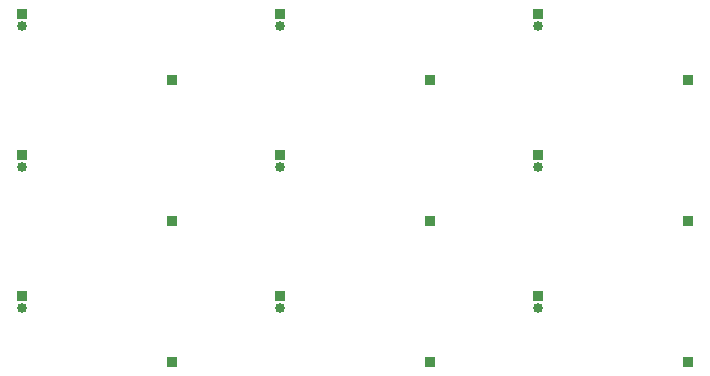
<source format=gbr>
G04 #@! TF.FileFunction,Copper,L2,Bot,Signal*
%FSLAX46Y46*%
G04 Gerber Fmt 4.6, Leading zero omitted, Abs format (unit mm)*
G04 Created by KiCad (PCBNEW 4.0.7) date 09/28/17 16:14:06*
%MOMM*%
%LPD*%
G01*
G04 APERTURE LIST*
%ADD10C,0.100000*%
%ADD11R,0.850000X0.850000*%
%ADD12O,0.850000X0.850000*%
G04 APERTURE END LIST*
D10*
D11*
X182372000Y-128778000D03*
D12*
X182372000Y-129778000D03*
D11*
X195072000Y-134366000D03*
X195072000Y-122428000D03*
X182372000Y-116840000D03*
D12*
X182372000Y-117840000D03*
D11*
X182372000Y-104902000D03*
D12*
X182372000Y-105902000D03*
D11*
X195072000Y-110490000D03*
X173228000Y-110490000D03*
X160528000Y-104902000D03*
D12*
X160528000Y-105902000D03*
D11*
X160528000Y-116840000D03*
D12*
X160528000Y-117840000D03*
D11*
X173228000Y-122428000D03*
X173228000Y-134366000D03*
X160528000Y-128778000D03*
D12*
X160528000Y-129778000D03*
D11*
X138684000Y-128778000D03*
D12*
X138684000Y-129778000D03*
D11*
X151384000Y-134366000D03*
X151384000Y-122428000D03*
X138684000Y-116840000D03*
D12*
X138684000Y-117840000D03*
D11*
X138684000Y-104902000D03*
D12*
X138684000Y-105902000D03*
D11*
X151384000Y-110490000D03*
M02*

</source>
